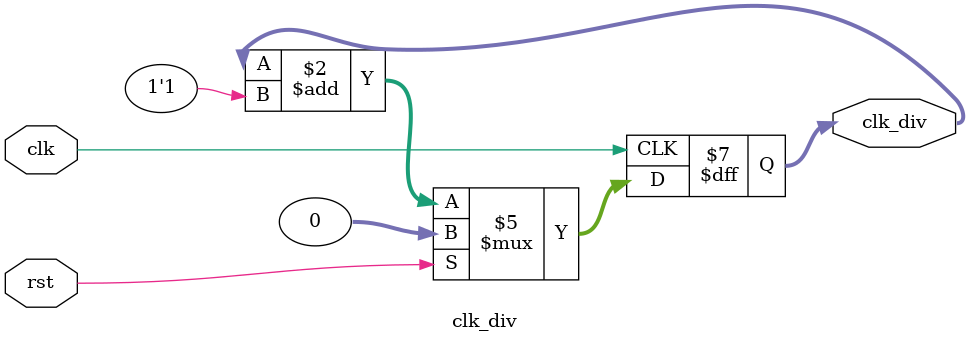
<source format=v>
`timescale 1ns / 1ps
module clk_div(input clk, input rst, output reg[31:0] clk_div=0
    );
    always @(posedge clk)begin
        if(rst) clk_div <= 0;
        else clk_div <= clk_div + 1'b1;
    end
endmodule

</source>
